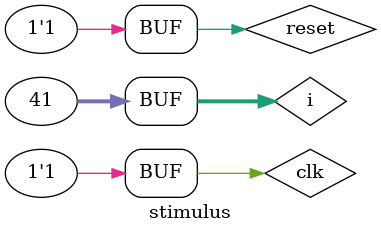
<source format=v>
`timescale 1ns / 1ps
module stimulus;
	// Inputs
	reg clk ;
	reg reset;
	// Output
	wire[3:0] binary;
	// Instantiate the Binary Counter
	binary_counter  #(4) s1  (
		.clk(clk), 
		.reset(reset),
		.binary(binary),
		.max(max)
	);
 
 integer i;
 initial 
 begin

 clk = 0;
 for(i =0; i<=40; i=i+1)
 begin
  #10 clk = ~clk;
 end
 end
 
initial 
begin

$dumpfile("test.vcd");
$dumpvars(0,stimulus);

reset =1;
#2 reset = 0;
#2 reset =1;
end
 
 
		initial begin
		 
		 $monitor("clk=%d binary=%4b,max=%1b",clk,binary,max);
		 end
 
endmodule
</source>
